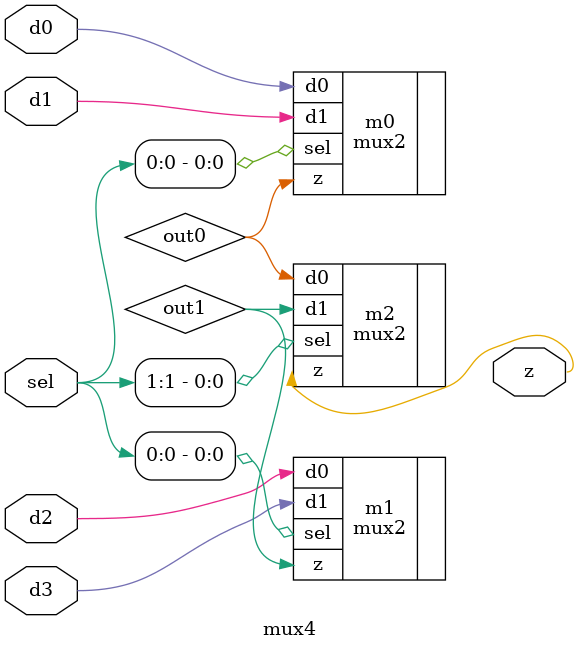
<source format=sv>
module mux4 (
    input logic d0,          // Data input 0
    input logic d1,          // Data input 1
    input logic d2,          // Data input 2
    input logic d3,          // Data input 3
    input logic [1:0] sel,   // Select input
    output logic z           // Output
);

	logic out0, out1;
	mux2#() 
		m0(
			.d0(d0),
			.d1(d1),
			.sel(sel[0]),
			.z(out0)
		);

	mux2#() 
		m1(	
			.d0(d2),
			.d1(d3),
			.sel(sel[0]),
			.z(out1)
		);
		
	mux2#() 
		m2(
			.d0(out0),
			.d1(out1),
			.sel(sel[1]),
			.z(z)
		);

endmodule

</source>
